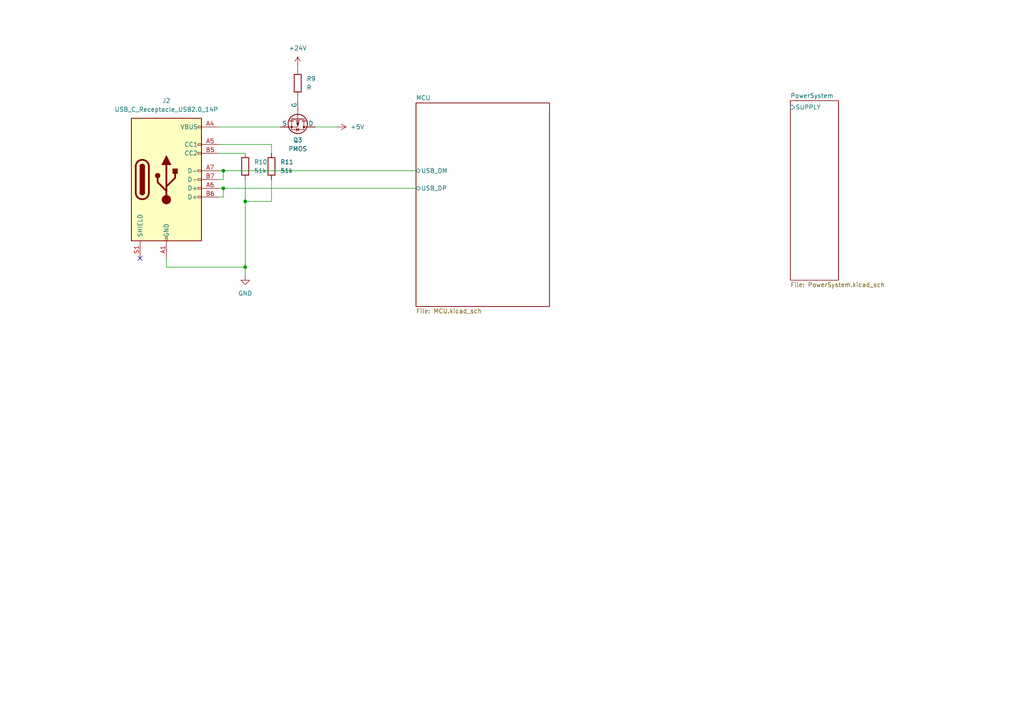
<source format=kicad_sch>
(kicad_sch (version 20250114) (generator "eeschema") (generator_version "9.0")
  (paper "A4")
  (lib_symbols
    (symbol "Connector:USB_C_Receptacle_USB2.0_14P" (pin_names (offset 1.016))
      (property "Reference" "J" (at 0 22.225 0))
      (property "Value" "USB_C_Receptacle_USB2.0_14P" (at 0 19.685 0))
      (symbol "USB_C_Receptacle_USB2.0_14P_0_0"
        (rectangle (start -0.254 -17.78) (end 0.254 -16.764))
        (rectangle (start 10.16 15.494) (end 9.144 14.986))
        (rectangle (start 10.16 10.414) (end 9.144 9.906))
        (rectangle (start 10.16 7.874) (end 9.144 7.366))
        (rectangle (start 10.16 2.794) (end 9.144 2.286))
        (rectangle (start 10.16 0.254) (end 9.144 -0.254))
        (rectangle (start 10.16 -2.286) (end 9.144 -2.794))
        (rectangle (start 10.16 -4.826) (end 9.144 -5.334))
      )
      (symbol "USB_C_Receptacle_USB2.0_14P_0_1"
        (rectangle (start -10.16 17.78) (end 10.16 -17.78) (stroke (width 0.254)) (fill (type background)))
        (polyline (pts (xy -8.89 -3.81) (xy -8.89 3.81)) (stroke (width 0.508)))
        (rectangle (start -7.62 -3.81) (end -6.35 3.81) (stroke (width 0.254)) (fill (type outline)))
        (arc (start -7.62 3.81) (mid -6.985 4.4423) (end -6.35 3.81) (stroke (width 0.254)))
        (arc (start -7.62 3.81) (mid -6.985 4.4423) (end -6.35 3.81) (stroke (width 0.254)) (fill (type outline)))
        (arc (start -8.89 3.81) (mid -6.985 5.7067) (end -5.08 3.81) (stroke (width 0.508)))
        (arc (start -5.08 -3.81) (mid -6.985 -5.7067) (end -8.89 -3.81) (stroke (width 0.508)))
        (arc (start -6.35 -3.81) (mid -6.985 -4.4423) (end -7.62 -3.81) (stroke (width 0.254)))
        (arc (start -6.35 -3.81) (mid -6.985 -4.4423) (end -7.62 -3.81) (stroke (width 0.254)) (fill (type outline)))
        (polyline (pts (xy -5.08 3.81) (xy -5.08 -3.81)) (stroke (width 0.508)))
        (circle (center -2.54 1.143) (radius 0.635) (stroke (width 0.254)) (fill (type outline)))
        (polyline (pts (xy -1.27 4.318) (xy 0 6.858) (xy 1.27 4.318) (xy -1.27 4.318)) (stroke (width 0.254)) (fill (type outline)))
        (polyline (pts (xy 0 -2.032) (xy 2.54 0.508) (xy 2.54 1.778)) (stroke (width 0.508)))
        (polyline (pts (xy 0 -3.302) (xy -2.54 -0.762) (xy -2.54 0.508)) (stroke (width 0.508)))
        (polyline (pts (xy 0 -5.842) (xy 0 4.318)) (stroke (width 0.508)))
        (circle (center 0 -5.842) (radius 1.27) (fill (type outline)))
        (rectangle (start 1.905 1.778) (end 3.175 3.048) (stroke (width 0.254)) (fill (type outline)))
      )
      (symbol "USB_C_Receptacle_USB2.0_14P_1_1"
        (pin passive line (at -7.62 -22.86 90) (length 5.08) (name "SHIELD") (number "S1"))
        (pin passive line (at 0 -22.86 90) (length 5.08) (name "GND") (number "A1"))
        (pin passive line (at 0 -22.86 90) (length 5.08) (hide yes) (name "GND") (number "A12"))
        (pin passive line (at 0 -22.86 90) (length 5.08) (hide yes) (name "GND") (number "B1"))
        (pin passive line (at 0 -22.86 90) (length 5.08) (hide yes) (name "GND") (number "B12"))
        (pin passive line (at 15.24 15.24 180) (length 5.08) (name "VBUS") (number "A4"))
        (pin passive line (at 15.24 15.24 180) (length 5.08) (hide yes) (name "VBUS") (number "A9"))
        (pin passive line (at 15.24 15.24 180) (length 5.08) (hide yes) (name "VBUS") (number "B4"))
        (pin passive line (at 15.24 15.24 180) (length 5.08) (hide yes) (name "VBUS") (number "B9"))
        (pin bidirectional line (at 15.24 10.16 180) (length 5.08) (name "CC1") (number "A5"))
        (pin bidirectional line (at 15.24 7.62 180) (length 5.08) (name "CC2") (number "B5"))
        (pin bidirectional line (at 15.24 2.54 180) (length 5.08) (name "D-") (number "A7"))
        (pin bidirectional line (at 15.24 0 180) (length 5.08) (name "D-") (number "B7"))
        (pin bidirectional line (at 15.24 -2.54 180) (length 5.08) (name "D+") (number "A6"))
        (pin bidirectional line (at 15.24 -5.08 180) (length 5.08) (name "D+") (number "B6"))
      )
    )
    (symbol "Device:R" (pin_numbers (hide yes)) (pin_names (offset 0))
      (property "Reference" "R" (at 2.032 0 90))
      (property "Value" "R" (at 0 0 90))
      (symbol "R_0_1"
        (rectangle (start -1.016 -2.54) (end 1.016 2.54) (stroke (width 0.254)))
      )
      (symbol "R_1_1"
        (pin passive line (at 0 3.81 270) (length 1.27) (name "~") (number "1"))
        (pin passive line (at 0 -3.81 90) (length 1.27) (name "~") (number "2"))
      )
    )
    (symbol "Simulation_SPICE:PMOS" (pin_numbers (hide yes)) (pin_names (offset 0))
      (property "Reference" "Q" (at 5.08 1.27 0))
      (property "Value" "PMOS" (at 5.08 -1.27 0))
      (symbol "PMOS_0_1"
        (polyline (pts (xy 0.254 1.905) (xy 0.254 -1.905)) (stroke (width 0.254)))
        (polyline (pts (xy 0.254 0) (xy -2.54 0)))
        (polyline (pts (xy 0.762 2.286) (xy 0.762 1.27)) (stroke (width 0.254)))
        (polyline (pts (xy 0.762 1.778) (xy 3.302 1.778) (xy 3.302 -1.778) (xy 0.762 -1.778)))
        (polyline (pts (xy 0.762 0.508) (xy 0.762 -0.508)) (stroke (width 0.254)))
        (polyline (pts (xy 0.762 -1.27) (xy 0.762 -2.286)) (stroke (width 0.254)))
        (circle (center 1.651 0) (radius 2.794) (stroke (width 0.254)))
        (polyline (pts (xy 2.286 0) (xy 1.27 0.381) (xy 1.27 -0.381) (xy 2.286 0)) (fill (type outline)))
        (polyline (pts (xy 2.54 2.54) (xy 2.54 1.778)))
        (circle (center 2.54 1.778) (radius 0.254) (fill (type outline)))
        (circle (center 2.54 -1.778) (radius 0.254) (fill (type outline)))
        (polyline (pts (xy 2.54 -2.54) (xy 2.54 0) (xy 0.762 0)))
        (polyline (pts (xy 2.794 -0.508) (xy 2.921 -0.381) (xy 3.683 -0.381) (xy 3.81 -0.254)))
        (polyline (pts (xy 3.302 -0.381) (xy 2.921 0.254) (xy 3.683 0.254) (xy 3.302 -0.381)))
      )
      (symbol "PMOS_1_1"
        (pin input line (at -5.08 0 0) (length 2.54) (name "G") (number "2"))
        (pin passive line (at 2.54 5.08 270) (length 2.54) (name "D") (number "1"))
        (pin passive line (at 2.54 -5.08 90) (length 2.54) (name "S") (number "3"))
      )
    )
    (symbol "power:+24V" (power) (pin_numbers (hide yes)) (pin_names (offset 0) (hide yes))
      (property "Value" "+24V" (at 0 3.556 0))
      (symbol "+24V_0_1"
        (polyline (pts (xy -0.762 1.27) (xy 0 2.54)))
        (polyline (pts (xy 0 2.54) (xy 0.762 1.27)))
        (polyline (pts (xy 0 0) (xy 0 2.54)))
      )
      (symbol "+24V_1_1"
        (pin power_in line (at 0 0 90) (length 0) (name "~") (number "1"))
      )
    )
    (symbol "power:+5V" (power) (pin_numbers (hide yes)) (pin_names (offset 0) (hide yes))
      (property "Value" "+5V" (at 0 3.556 0))
      (symbol "+5V_0_1"
        (polyline (pts (xy -0.762 1.27) (xy 0 2.54)))
        (polyline (pts (xy 0 2.54) (xy 0.762 1.27)))
        (polyline (pts (xy 0 0) (xy 0 2.54)))
      )
      (symbol "+5V_1_1"
        (pin power_in line (at 0 0 90) (length 0) (name "~") (number "1"))
      )
    )
    (symbol "power:GND" (power) (pin_numbers (hide yes)) (pin_names (offset 0) (hide yes))
      (property "Value" "GND" (at 0 -3.81 0))
      (symbol "GND_0_1"
        (polyline (pts (xy 0 0) (xy 0 -1.27) (xy 1.27 -1.27) (xy 0 -2.54) (xy -1.27 -1.27) (xy 0 -1.27)))
      )
      (symbol "GND_1_1"
        (pin power_in line (at 0 0 270) (length 0) (name "~") (number "1"))
      )
    )
  )
  (junction (at 64.77 49.53))
  (junction (at 64.77 54.61))
  (junction (at 71.12 58.42))
  (junction (at 71.12 77.47))
  (no_connect (at 40.64 74.93))
  (wire (pts (xy 48.26 77.47) (xy 71.12 77.47)))
  (wire (pts (xy 64.77 49.53) (xy 63.5 49.53)))
  (wire (pts (xy 63.5 41.91) (xy 78.74 41.91)))
  (wire (pts (xy 64.77 54.61) (xy 120.65 54.61)))
  (wire (pts (xy 64.77 57.15) (xy 63.5 57.15)))
  (wire (pts (xy 86.36 27.94) (xy 86.36 29.21)))
  (wire (pts (xy 78.74 41.91) (xy 78.74 44.45)))
  (wire (pts (xy 86.36 19.05) (xy 86.36 20.32)))
  (wire (pts (xy 63.5 54.61) (xy 64.77 54.61)))
  (wire (pts (xy 63.5 44.45) (xy 71.12 44.45)))
  (wire (pts (xy 71.12 58.42) (xy 78.74 58.42)))
  (wire (pts (xy 63.5 52.07) (xy 64.77 52.07)))
  (wire (pts (xy 64.77 52.07) (xy 64.77 49.53)))
  (wire (pts (xy 71.12 58.42) (xy 71.12 77.47)))
  (wire (pts (xy 48.26 74.93) (xy 48.26 77.47)))
  (wire (pts (xy 91.44 36.83) (xy 97.79 36.83)))
  (wire (pts (xy 71.12 52.07) (xy 71.12 58.42)))
  (wire (pts (xy 63.5 36.83) (xy 81.28 36.83)))
  (wire (pts (xy 78.74 58.42) (xy 78.74 52.07)))
  (wire (pts (xy 64.77 54.61) (xy 64.77 57.15)))
  (wire (pts (xy 64.77 49.53) (xy 120.65 49.53)))
  (wire (pts (xy 71.12 77.47) (xy 71.12 80.01)))
  (symbol (lib_id "Device:R") (at 71.12 48.26 0) (unit 1)
    (property "Reference" "R10" (at 73.66 46.9899 0) (effects (justify left)))
    (property "Value" "51k" (at 73.66 49.5299 0) (effects (justify left)))
    (property "Description" "Resistor" (effects (hide yes)))
  )
  (symbol (lib_id "Device:R") (at 86.36 24.13 0) (unit 1)
    (property "Reference" "R9" (at 88.9 22.8599 0) (effects (justify left)))
    (property "Value" "R" (at 88.9 25.3999 0) (effects (justify left)))
    (property "Description" "Resistor" (effects (hide yes)))
  )
  (symbol (lib_id "Connector:USB_C_Receptacle_USB2.0_14P") (at 48.26 52.07 0) (unit 1)
    (property "Reference" "J2" (at 48.26 29.21 0))
    (property "Value" "USB_C_Receptacle_USB2.0_14P" (at 48.26 31.75 0))
    (property "Datasheet" "https://www.usb.org/sites/default/files/documents/usb_type-c.zip" (effects (hide yes)))
    (property "Description" "USB 2.0-only 14P Type-C Receptacle connector" (effects (hide yes)))
  )
  (symbol (lib_id "power:+24V") (at 86.36 19.05 0) (unit 1)
    (property "Reference" "#PWR09" (effects (hide yes)))
    (property "Value" "+24V" (at 86.36 13.97 0))
    (property "Description" "Power symbol creates a global label with name \"+24V\"" (effects (hide yes)))
  )
  (symbol (lib_id "power:+5V") (at 97.79 36.83 270) (unit 1)
    (property "Reference" "#PWR08" (effects (hide yes)))
    (property "Value" "+5V" (at 101.6 36.8299 90) (effects (justify left)))
    (property "Description" "Power symbol creates a global label with name \"+5V\"" (effects (hide yes)))
  )
  (symbol (lib_id "Device:R") (at 78.74 48.26 0) (unit 1)
    (property "Reference" "R11" (at 81.28 46.9899 0) (effects (justify left)))
    (property "Value" "51k" (at 81.28 49.5299 0) (effects (justify left)))
    (property "Description" "Resistor" (effects (hide yes)))
  )
  (symbol (lib_id "Simulation_SPICE:PMOS") (at 86.36 34.29 270) (unit 1)
    (property "Reference" "Q3" (at 86.36 40.64 90))
    (property "Value" "PMOS" (at 86.36 43.18 90))
    (property "Datasheet" "https://ngspice.sourceforge.io/docs/ngspice-html-manual/manual.xhtml#cha_MOSFETs" (effects (hide yes)))
    (property "Description" "P-MOSFET transistor, drain/source/gate" (effects (hide yes)))
    (property "Sim.Device" "PMOS" (effects (hide yes)))
    (property "Sim.Type" "VDMOS" (effects (hide yes)))
    (property "Sim.Pins" "1=D 2=G 3=S" (effects (hide yes)))
  )
  (symbol (lib_id "power:GND") (at 71.12 80.01 0) (unit 1)
    (property "Reference" "#PWR010" (effects (hide yes)))
    (property "Value" "GND" (at 71.12 85.09 0))
    (property "Description" "Power symbol creates a global label with name \"GND\" , ground" (effects (hide yes)))
  )
  (sheet (at 120.65 29.845) (size 38.735 59.055) (stroke (width 0.1524))
    (property "Sheetname" "MCU" (at 120.65 29.1334 0) (effects (justify left bottom)))
    (property "Sheetfile" "MCU.kicad_sch" (at 120.65 89.4846 0) (effects (justify left top)))
    (pin "USB_DM" bidirectional (at 120.65 49.53 180))
    (pin "USB_DP" bidirectional (at 120.65 54.61 180))
  )
  (sheet (at 229.235 29.21) (size 13.97 52.07) (stroke (width 0.1524))
    (property "Sheetname" "PowerSystem" (at 229.235 28.4984 0) (effects (justify left bottom)))
    (property "Sheetfile" "PowerSystem.kicad_sch" (at 229.235 81.8646 0) (effects (justify left top)))
    (pin "SUPPLY" input (at 229.235 31.115 180))
  )
)
</source>
